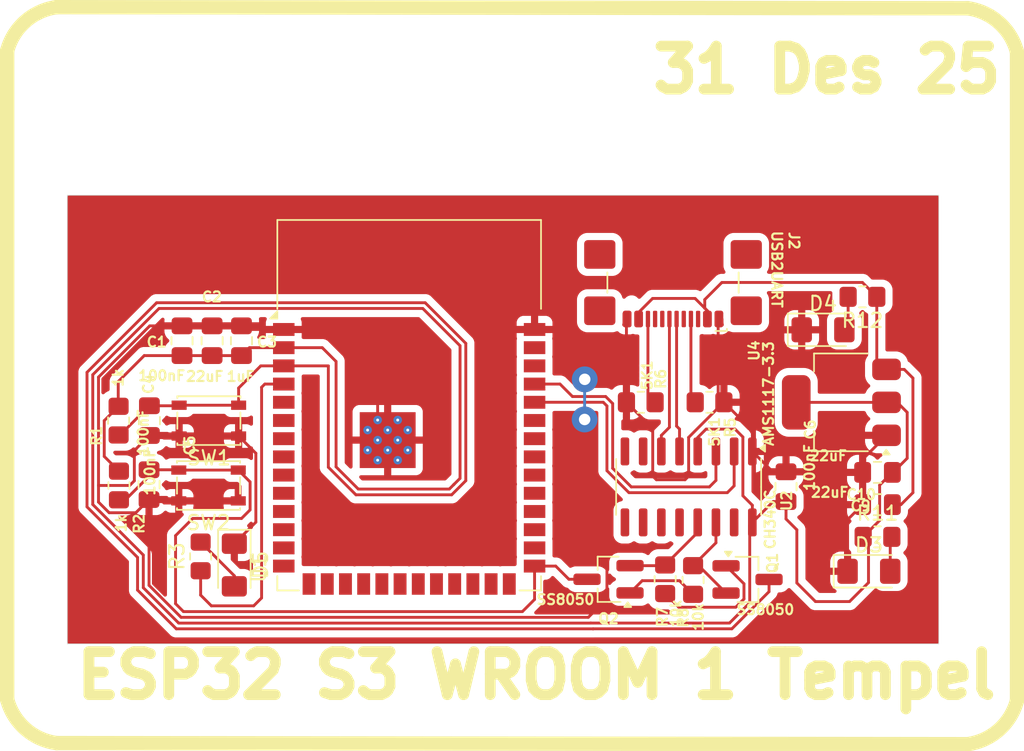
<source format=kicad_pcb>
(kicad_pcb (version 20241229) (generator "pcbnew") (generator_version "9.0")
  (layers (0 "F.Cu" signal) (2 "B.Cu" signal) (13 "F.Paste" user) (15 "B.Paste" user) (5 "F.SilkS" user "F.Silkscreen") (7 "B.SilkS" user "B.Silkscreen") (1 "F.Mask" user) (3 "B.Mask" user) (25 "Edge.Cuts" user))
  (net 0 "")
  (net 1 "+3.3V")
  (net 2 "GND")
  (net 3 "/EN")
  (net 4 "/IO0")
  (net 5 "+5V")
  (net 6 "/TXD0")
  (net 7 "/RXD0")
  (net 8 "Net-(J2-CC2)")
  (net 11 "Net-(U2-UD-)")
  (net 13 "Net-(U2-UD+)")
  (net 15 "Net-(J2-CC1)")
  (net 16 "/RTS")
  (net 17 "Net-(Q1-B)")
  (net 18 "Net-(Q2-B)")
  (net 19 "/DTR")
  (net 30 "Net-(D3-A)")
  (net 31 "Net-(D4-A)")
  (net 32 "Net-(D5-A)")
  (net 62 "Net-(U1-IO4)")
  (footprint "LED_SMD:LED_1206_3216Metric_Pad1.42x1.75mm_HandSolder" (layer "F.Cu") (at 137.85 120 -90)
    (property "Reference" "D5" (at 0 -1.83 90) (layer "F.SilkS"))
    (property "Value" "TXD")
    (pad "1" smd roundrect (at -1.4875 0 270) (size 1.425 1.75) (layers "F.Cu" "F.Mask" "F.Paste") (roundrect_rratio 0.175439) (net 2 "GND"))
    (pad "2" smd roundrect (at 1.4875 0 270) (size 1.425 1.75) (layers "F.Cu" "F.Mask" "F.Paste") (roundrect_rratio 0.175439) (net 32 "Net-(D5-A)"))
  )
  (footprint "Button_Switch_SMD:SW_SPST_PTS810" (layer "F.Cu") (at 136.075 109.925 180)
    (property "Reference" "SW1" (at 0 -2.6 0) (layer "F.SilkS"))
    (property "Value" "RST" (hide yes))
    (pad "1" smd rect (at -2.075 -1.075 180) (size 1.05 0.65) (layers "F.Cu" "F.Mask" "F.Paste") (net 2 "GND"))
    (pad "1" smd rect (at 2.075 -1.075 180) (size 1.05 0.65) (layers "F.Cu" "F.Mask" "F.Paste") (net 2 "GND"))
    (pad "2" smd rect (at -2.075 1.075 180) (size 1.05 0.65) (layers "F.Cu" "F.Mask" "F.Paste") (net 3 "/EN"))
    (pad "2" smd rect (at 2.075 1.075 180) (size 1.05 0.65) (layers "F.Cu" "F.Mask" "F.Paste") (net 3 "/EN"))
  )
  (footprint "Resistor_SMD:R_0805_2012Metric_Pad1.20x1.40mm_HandSolder" (layer "F.Cu") (at 167.91 120.994468 90)
    (property "Reference" "R7" (at -2.6325 -0.1925 90) (layer "F.SilkS") (effects (font (size 0.7 0.7))))
    (property "Value" "10k" (at -2.3825 0.7575 90) (layer "F.SilkS") (effects (font (size 0.7 0.7))))
    (pad "1" smd roundrect (at -1 0 90) (size 1.2 1.4) (layers "F.Cu" "F.Mask" "F.Paste") (roundrect_rratio 0.208333) (net 17 "Net-(Q1-B)"))
    (pad "2" smd roundrect (at 1 0 90) (size 1.2 1.4) (layers "F.Cu" "F.Mask" "F.Paste") (roundrect_rratio 0.208333) (net 19 "/DTR"))
  )
  (footprint "Capacitor_SMD:C_0805_2012Metric_Pad1.18x1.45mm_HandSolder" (layer "F.Cu") (at 136.3 104.35 90)
    (property "Reference" "C2" (at 3.0575 -0.0175 0) (layer "F.SilkS") (effects (font (size 0.7 0.7))))
    (property "Value" "22uF" (at -2.4925 -0.5175 0) (layer "F.SilkS") (effects (font (size 0.7 0.7))))
    (pad "1" smd roundrect (at -1.0375 0 90) (size 1.175 1.45) (layers "F.Cu" "F.Mask" "F.Paste") (roundrect_rratio 0.212766) (net 1 "+3.3V"))
    (pad "2" smd roundrect (at 1.0375 0 90) (size 1.175 1.45) (layers "F.Cu" "F.Mask" "F.Paste") (roundrect_rratio 0.212766) (net 2 "GND"))
  )
  (footprint "Package_TO_SOT_SMD:SOT-23_Handsoldering" (layer "F.Cu") (at 173.66 121.006968)
    (property "Reference" "Q1" (at 1.7425 -1.145 90) (layer "F.SilkS") (effects (font (size 0.7 0.7))))
    (property "Value" "SS8050" (at 1.2425 2.105 0) (layer "F.SilkS") (effects (font (size 0.7 0.7))))
    (pad "1" smd roundrect (at -1.5 -0.95) (size 1.9 0.8) (layers "F.Cu" "F.Mask" "F.Paste") (net 17 "Net-(Q1-B)"))
    (pad "2" smd roundrect (at -1.5 0.95) (size 1.9 0.8) (layers "F.Cu" "F.Mask" "F.Paste") (net 16 "/RTS"))
    (pad "3" smd roundrect (at 1.5 0) (size 1.9 0.8) (layers "F.Cu" "F.Mask" "F.Paste") (net 3 "/EN"))
  )
  (footprint "Package_SO:SOIC-16_3.9x9.9mm_P1.27mm" (layer "F.Cu") (at 169.55 114.55 -90)
    (property "Reference" "U2" (at 0.9675 -6.8375 90) (layer "F.SilkS") (effects (font (size 0.7 0.7))))
    (property "Value" "CH340C" (at 2.2675 -5.6875 90) (layer "F.SilkS") (effects (font (size 0.7 0.7))))
    (pad "1" smd roundrect (at -2.475 -4.445 270) (size 1.95 0.6) (layers "F.Cu" "F.Mask" "F.Paste") (net 2 "GND"))
    (pad "2" smd roundrect (at -2.475 -3.175 270) (size 1.95 0.6) (layers "F.Cu" "F.Mask" "F.Paste") (net 7 "/RXD0"))
    (pad "3" smd roundrect (at -2.475 -1.905 270) (size 1.95 0.6) (layers "F.Cu" "F.Mask" "F.Paste") (net 6 "/TXD0"))
    (pad "4" smd roundrect (at -2.475 -0.635 270) (size 1.95 0.6) (layers "F.Cu" "F.Mask" "F.Paste") (net 1 "+3.3V"))
    (pad "5" smd roundrect (at -2.475 0.635 270) (size 1.95 0.6) (layers "F.Cu" "F.Mask" "F.Paste") (net 13 "Net-(U2-UD+)"))
    (pad "6" smd roundrect (at -2.475 1.905 270) (size 1.95 0.6) (layers "F.Cu" "F.Mask" "F.Paste") (net 11 "Net-(U2-UD-)"))
    (pad "7" smd roundrect (at -2.475 3.175 270) (size 1.95 0.6) (layers "F.Cu" "F.Mask" "F.Paste"))
    (pad "8" smd roundrect (at -2.475 4.445 270) (size 1.95 0.6) (layers "F.Cu" "F.Mask" "F.Paste"))
    (pad "9" smd roundrect (at 2.475 4.445 270) (size 1.95 0.6) (layers "F.Cu" "F.Mask" "F.Paste"))
    (pad "10" smd roundrect (at 2.475 3.175 270) (size 1.95 0.6) (layers "F.Cu" "F.Mask" "F.Paste"))
    (pad "11" smd roundrect (at 2.475 1.905 270) (size 1.95 0.6) (layers "F.Cu" "F.Mask" "F.Paste"))
    (pad "12" smd roundrect (at 2.475 0.635 270) (size 1.95 0.6) (layers "F.Cu" "F.Mask" "F.Paste"))
    (pad "13" smd roundrect (at 2.475 -0.635 270) (size 1.95 0.6) (layers "F.Cu" "F.Mask" "F.Paste") (net 19 "/DTR"))
    (pad "14" smd roundrect (at 2.475 -1.905 270) (size 1.95 0.6) (layers "F.Cu" "F.Mask" "F.Paste") (net 16 "/RTS"))
    (pad "15" smd roundrect (at 2.475 -3.175 270) (size 1.95 0.6) (layers "F.Cu" "F.Mask" "F.Paste"))
    (pad "16" smd roundrect (at 2.475 -4.445 270) (size 1.95 0.6) (layers "F.Cu" "F.Mask" "F.Paste") (net 1 "+3.3V"))
  )
  (footprint "Button_Switch_SMD:SW_SPST_PTS810" (layer "F.Cu") (at 136.05 114.45 180)
    (property "Reference" "SW2" (at 0 -2.6 0) (layer "F.SilkS"))
    (property "Value" "Boot" (hide yes))
    (pad "1" smd rect (at -2.075 -1.075 180) (size 1.05 0.65) (layers "F.Cu" "F.Mask" "F.Paste") (net 2 "GND"))
    (pad "1" smd rect (at 2.075 -1.075 180) (size 1.05 0.65) (layers "F.Cu" "F.Mask" "F.Paste") (net 2 "GND"))
    (pad "2" smd rect (at -2.075 1.075 180) (size 1.05 0.65) (layers "F.Cu" "F.Mask" "F.Paste") (net 4 "/IO0"))
    (pad "2" smd rect (at 2.075 1.075 180) (size 1.05 0.65) (layers "F.Cu" "F.Mask" "F.Paste") (net 4 "/IO0"))
  )
  (footprint "LED_SMD:LED_1206_3216Metric_Pad1.42x1.75mm_HandSolder" (layer "F.Cu") (at 178.928351 103.586935)
    (property "Reference" "D4" (at 0 -1.83 0) (layer "F.SilkS"))
    (property "Value" "TXD" (hide yes))
    (pad "1" smd roundrect (at -1.4875 0) (size 1.425 1.75) (layers "F.Cu" "F.Mask" "F.Paste") (roundrect_rratio 0.175439) (net 2 "GND"))
    (pad "2" smd roundrect (at 1.4875 0) (size 1.425 1.75) (layers "F.Cu" "F.Mask" "F.Paste") (roundrect_rratio 0.175439) (net 31 "Net-(D4-A)"))
  )
  (footprint "Resistor_SMD:R_0805_2012Metric_Pad1.20x1.40mm_HandSolder" (layer "F.Cu") (at 181.678351 101.286935 180)
    (property "Reference" "R12" (at 0 -1.65 0) (layer "F.SilkS"))
    (property "Value" "1k" (hide yes))
    (pad "1" smd roundrect (at -1 0 180) (size 1.2 1.4) (layers "F.Cu" "F.Mask" "F.Paste") (roundrect_rratio 0.208333) (net 5 "+5V"))
    (pad "2" smd roundrect (at 1 0 180) (size 1.2 1.4) (layers "F.Cu" "F.Mask" "F.Paste") (roundrect_rratio 0.208333) (net 31 "Net-(D4-A)"))
  )
  (footprint "Capacitor_SMD:C_0805_2012Metric_Pad1.18x1.45mm_HandSolder" (layer "F.Cu") (at 182.728351 113.536935 180)
    (property "Reference" "C10" (at 1.13508 -1.542499 0) (layer "F.SilkS") (effects (font (size 0.7 0.7))))
    (property "Value" "22uF" (at 3.43508 1.157501 0) (layer "F.SilkS") (effects (font (size 0.7 0.7))))
    (pad "1" smd roundrect (at -1.0375 0 180) (size 1.175 1.45) (layers "F.Cu" "F.Mask" "F.Paste") (roundrect_rratio 0.212766) (net 1 "+3.3V"))
    (pad "2" smd roundrect (at 1.0375 0 180) (size 1.175 1.45) (layers "F.Cu" "F.Mask" "F.Paste") (roundrect_rratio 0.212766) (net 2 "GND"))
  )
  (footprint "Capacitor_SMD:C_0805_2012Metric_Pad1.18x1.45mm_HandSolder" (layer "F.Cu") (at 138.35 104.35 90)
    (property "Reference" "C3" (at -0.0925 1.7825 0) (layer "F.SilkS") (effects (font (size 0.7 0.7))))
    (property "Value" "1uF" (at -2.4925 -0.0675 0) (layer "F.SilkS") (effects (font (size 0.7 0.7))))
    (pad "1" smd roundrect (at -1.0375 0 90) (size 1.175 1.45) (layers "F.Cu" "F.Mask" "F.Paste") (roundrect_rratio 0.212766) (net 1 "+3.3V"))
    (pad "2" smd roundrect (at 1.0375 0 90) (size 1.175 1.45) (layers "F.Cu" "F.Mask" "F.Paste") (roundrect_rratio 0.212766) (net 2 "GND"))
  )
  (footprint "RF_Module:ESP32-S3-WROOM-1" (layer "F.Cu") (at 150.05 108.825)
    (property "Reference" "U1" (at -10.5 11.4 90) (layer "F.SilkS"))
    (property "Value" "ESP32-S3-WROOM-1" (hide yes))
    (pad "1" smd rect (at -8.75 -5.26) (size 1.5 0.9) (layers "F.Cu" "F.Mask" "F.Paste") (net 2 "GND"))
    (pad "2" smd rect (at -8.75 -3.99) (size 1.5 0.9) (layers "F.Cu" "F.Mask" "F.Paste") (net 1 "+3.3V"))
    (pad "3" smd rect (at -8.75 -2.72) (size 1.5 0.9) (layers "F.Cu" "F.Mask" "F.Paste") (net 3 "/EN"))
    (pad "4" smd rect (at -8.75 -1.45) (size 1.5 0.9) (layers "F.Cu" "F.Mask" "F.Paste") (net 62 "Net-(U1-IO4)"))
    (pad "5" smd rect (at -8.75 -0.18) (size 1.5 0.9) (layers "F.Cu" "F.Mask" "F.Paste"))
    (pad "6" smd rect (at -8.75 1.09) (size 1.5 0.9) (layers "F.Cu" "F.Mask" "F.Paste"))
    (pad "7" smd rect (at -8.75 2.36) (size 1.5 0.9) (layers "F.Cu" "F.Mask" "F.Paste"))
    (pad "8" smd rect (at -8.75 3.63) (size 1.5 0.9) (layers "F.Cu" "F.Mask" "F.Paste"))
    (pad "9" smd rect (at -8.75 4.9) (size 1.5 0.9) (layers "F.Cu" "F.Mask" "F.Paste"))
    (pad "10" smd rect (at -8.75 6.17) (size 1.5 0.9) (layers "F.Cu" "F.Mask" "F.Paste"))
    (pad "11" smd rect (at -8.75 7.44) (size 1.5 0.9) (layers "F.Cu" "F.Mask" "F.Paste"))
    (pad "12" smd rect (at -8.75 8.71) (size 1.5 0.9) (layers "F.Cu" "F.Mask" "F.Paste"))
    (pad "13" smd rect (at -8.75 9.98) (size 1.5 0.9) (layers "F.Cu" "F.Mask" "F.Paste"))
    (pad "14" smd rect (at -8.75 11.25 180) (size 1.5 0.9) (layers "F.Cu" "F.Mask" "F.Paste"))
    (pad "15" smd rect (at -6.985 12.5 270) (size 1.5 0.9) (layers "F.Cu" "F.Mask" "F.Paste"))
    (pad "16" smd rect (at -5.715 12.5 270) (size 1.5 0.9) (layers "F.Cu" "F.Mask" "F.Paste"))
    (pad "17" smd rect (at -4.445 12.5 270) (size 1.5 0.9) (layers "F.Cu" "F.Mask" "F.Paste"))
    (pad "18" smd rect (at -3.175 12.5 270) (size 1.5 0.9) (layers "F.Cu" "F.Mask" "F.Paste"))
    (pad "19" smd rect (at -1.905 12.5 270) (size 1.5 0.9) (layers "F.Cu" "F.Mask" "F.Paste"))
    (pad "20" smd rect (at -0.635 12.5 270) (size 1.5 0.9) (layers "F.Cu" "F.Mask" "F.Paste"))
    (pad "21" smd rect (at 0.635 12.5 270) (size 1.5 0.9) (layers "F.Cu" "F.Mask" "F.Paste"))
    (pad "22" smd rect (at 1.905 12.5 270) (size 1.5 0.9) (layers "F.Cu" "F.Mask" "F.Paste"))
    (pad "23" smd rect (at 3.175 12.5 270) (size 1.5 0.9) (layers "F.Cu" "F.Mask" "F.Paste"))
    (pad "24" smd rect (at 4.445 12.5 270) (size 1.5 0.9) (layers "F.Cu" "F.Mask" "F.Paste"))
    (pad "25" smd rect (at 5.715 12.5 270) (size 1.5 0.9) (layers "F.Cu" "F.Mask" "F.Paste"))
    (pad "26" smd rect (at 6.985 12.5 270) (size 1.5 0.9) (layers "F.Cu" "F.Mask" "F.Paste"))
    (pad "27" smd rect (at 8.75 11.25) (size 1.5 0.9) (layers "F.Cu" "F.Mask" "F.Paste") (net 4 "/IO0"))
    (pad "28" smd rect (at 8.75 9.98) (size 1.5 0.9) (layers "F.Cu" "F.Mask" "F.Paste"))
    (pad "29" smd rect (at 8.75 8.71) (size 1.5 0.9) (layers "F.Cu" "F.Mask" "F.Paste"))
    (pad "30" smd rect (at 8.75 7.44) (size 1.5 0.9) (layers "F.Cu" "F.Mask" "F.Paste"))
    (pad "31" smd rect (at 8.75 6.17) (size 1.5 0.9) (layers "F.Cu" "F.Mask" "F.Paste"))
    (pad "32" smd rect (at 8.75 4.9) (size 1.5 0.9) (layers "F.Cu" "F.Mask" "F.Paste"))
    (pad "33" smd rect (at 8.75 3.63) (size 1.5 0.9) (layers "F.Cu" "F.Mask" "F.Paste"))
    (pad "34" smd rect (at 8.75 2.36) (size 1.5 0.9) (layers "F.Cu" "F.Mask" "F.Paste"))
    (pad "35" smd rect (at 8.75 1.09) (size 1.5 0.9) (layers "F.Cu" "F.Mask" "F.Paste"))
    (pad "36" smd rect (at 8.75 -0.18) (size 1.5 0.9) (layers "F.Cu" "F.Mask" "F.Paste") (net 7 "/RXD0"))
    (pad "37" smd rect (at 8.75 -1.45) (size 1.5 0.9) (layers "F.Cu" "F.Mask" "F.Paste") (net 6 "/TXD0"))
    (pad "38" smd rect (at 8.75 -2.72) (size 1.5 0.9) (layers "F.Cu" "F.Mask" "F.Paste"))
    (pad "39" smd rect (at 8.75 -3.99) (size 1.5 0.9) (layers "F.Cu" "F.Mask" "F.Paste"))
    (pad "40" smd rect (at 8.75 -5.26) (size 1.5 0.9) (layers "F.Cu" "F.Mask" "F.Paste") (net 2 "GND"))
    (pad "41" thru_hole circle (at -2.9 1.76 90) (size 0.6 0.6) (drill 0.2) (property pad_prop_heatsink) (layers "*.Cu" "F.Mask") (net 2 "GND"))
    (pad "41" thru_hole circle (at -2.9 3.16) (size 0.6 0.6) (drill 0.2) (property pad_prop_heatsink) (layers "*.Cu" "F.Mask") (net 2 "GND"))
    (pad "41" thru_hole circle (at -2.2 1.06) (size 0.6 0.6) (drill 0.2) (property pad_prop_heatsink) (layers "*.Cu" "F.Mask") (net 2 "GND"))
    (pad "41" thru_hole circle (at -2.2 2.46) (size 0.6 0.6) (drill 0.2) (property pad_prop_heatsink) (layers "*.Cu" "F.Mask") (net 2 "GND"))
    (pad "41" thru_hole circle (at -2.2 3.86) (size 0.6 0.6) (drill 0.2) (property pad_prop_heatsink) (layers "*.Cu" "F.Mask") (net 2 "GND"))
    (pad "41" thru_hole circle (at -1.5 1.76) (size 0.6 0.6) (drill 0.2) (property pad_prop_heatsink) (layers "*.Cu" "F.Mask") (net 2 "GND"))
    (pad "41" smd rect (at -1.5 2.46 270) (size 3.9 3.9) (layers "F.Cu" "F.Mask") (net 2 "GND"))
    (pad "41" thru_hole circle (at -1.5 3.16) (size 0.6 0.6) (drill 0.2) (property pad_prop_heatsink) (layers "*.Cu" "F.Mask") (net 2 "GND"))
    (pad "41" thru_hole circle (at -0.8 1.06) (size 0.6 0.6) (drill 0.2) (property pad_prop_heatsink) (layers "*.Cu" "F.Mask") (net 2 "GND"))
    (pad "41" thru_hole circle (at -0.8 2.46) (size 0.6 0.6) (drill 0.2) (property pad_prop_heatsink) (layers "*.Cu" "F.Mask") (net 2 "GND"))
    (pad "41" thru_hole circle (at -0.8 3.86) (size 0.6 0.6) (drill 0.2) (property pad_prop_heatsink) (layers "*.Cu" "F.Mask") (net 2 "GND"))
    (pad "41" thru_hole circle (at -0.1 1.76) (size 0.6 0.6) (drill 0.2) (property pad_prop_heatsink) (layers "*.Cu" "F.Mask") (net 2 "GND"))
    (pad "41" thru_hole circle (at -0.1 3.16) (size 0.6 0.6) (drill 0.2) (property pad_prop_heatsink) (layers "*.Cu" "F.Mask") (net 2 "GND"))
  )
  (footprint "Resistor_SMD:R_0805_2012Metric_Pad1.20x1.40mm_HandSolder" (layer "F.Cu") (at 129.8 114.45 -90)
    (property "Reference" "R2" (at 2.675 -1.407501 90) (layer "F.SilkS") (effects (font (size 0.7 0.7))))
    (property "Value" "1k" (at 2.625 -0.157501 90) (layer "F.SilkS") (effects (font (size 0.7 0.7))))
    (pad "1" smd roundrect (at -1 0 270) (size 1.2 1.4) (layers "F.Cu" "F.Mask" "F.Paste") (roundrect_rratio 0.208333) (net 1 "+3.3V"))
    (pad "2" smd roundrect (at 1 0 270) (size 1.2 1.4) (layers "F.Cu" "F.Mask" "F.Paste") (roundrect_rratio 0.208333) (net 4 "/IO0"))
  )
  (footprint "Package_TO_SOT_SMD:SOT-23_Handsoldering" (layer "F.Cu") (at 163.96 120.994468 180)
    (property "Reference" "Q2" (at 0 -2.75 0) (layer "F.SilkS") (effects (font (size 0.7 0.7))))
    (property "Value" "SS8050" (at 3.0075 -1.4175 0) (layer "F.SilkS") (effects (font (size 0.7 0.7))))
    (pad "1" smd roundrect (at -1.500001 -0.949998 180) (size 1.9 0.8) (layers "F.Cu" "F.Mask" "F.Paste") (net 18 "Net-(Q2-B)"))
    (pad "2" smd roundrect (at -1.5 0.95 180) (size 1.9 0.8) (layers "F.Cu" "F.Mask" "F.Paste") (net 19 "/DTR"))
    (pad "3" smd roundrect (at 1.5 0 180) (size 1.9 0.8) (layers "F.Cu" "F.Mask" "F.Paste") (net 4 "/IO0"))
  )
  (footprint "Package_TO_SOT_SMD:SOT-223-3_TabPin2" (layer "F.Cu") (at 180.208583 108.65 180)
    (property "Reference" "U4" (at 6.084927 3.609927 90) (layer "F.SilkS") (effects (font (size 0.7 0.7))))
    (property "Value" "AMS1117-3.3" (at 5.084927 0.609927 90) (layer "F.SilkS") (effects (font (size 0.7 0.7))))
    (pad "1" smd roundrect (at -3.149997 -2.3 180) (size 2 1.5) (layers "F.Cu" "F.Mask" "F.Paste") (net 2 "GND"))
    (pad "2" smd roundrect (at -3.15 0 180) (size 2 1.5) (layers "F.Cu" "F.Mask" "F.Paste") (net 1 "+3.3V"))
    (pad "2" smd roundrect (at 3.15 0 180) (size 2 3.8) (layers "F.Cu" "F.Mask" "F.Paste") (net 1 "+3.3V"))
    (pad "3" smd roundrect (at -3.150003 2.299997 180) (size 2 1.5) (layers "F.Cu" "F.Mask" "F.Paste") (net 5 "+5V"))
  )
  (footprint "Connector_USB:USB_C_Receptacle_GCT_USB4110" (layer "F.Cu") (at 168.46 99.154471 180)
    (property "Reference" "J2" (at -8.4425 1.7825 270) (layer "F.SilkS") (effects (font (size 0.7 0.7))))
    (property "Value" "USB2UART" (at -7.2425 -0.2175 270) (layer "F.SilkS") (effects (font (size 0.7 0.7))))
    (pad "" np_thru_hole circle (at -2.89 -2.605 180) (size 0.65 0.65) (drill 0.65) (layers "*.Cu" "*.Mask"))
    (pad "" np_thru_hole circle (at 2.89 -2.604998 180) (size 0.65 0.65) (drill 0.65) (layers "*.Cu" "*.Mask"))
    (pad "A1" smd roundrect (at -3.2 -3.68 180) (size 0.6 1.15) (layers "F.Cu" "F.Mask" "F.Paste") (net 2 "GND"))
    (pad "A4" smd roundrect (at -2.400001 -3.680001 180) (size 0.6 1.15) (layers "F.Cu" "F.Mask" "F.Paste") (net 5 "+5V"))
    (pad "A5" smd roundrect (at -1.250001 -3.679997 180) (size 0.3 1.15) (layers "F.Cu" "F.Mask" "F.Paste") (net 15 "Net-(J2-CC1)"))
    (pad "A6" smd roundrect (at -0.250001 -3.68 180) (size 0.3 1.15) (layers "F.Cu" "F.Mask" "F.Paste") (net 13 "Net-(U2-UD+)"))
    (pad "A7" smd roundrect (at 0.249999 -3.680002 180) (size 0.3 1.15) (layers "F.Cu" "F.Mask" "F.Paste") (net 11 "Net-(U2-UD-)"))
    (pad "A8" smd roundrect (at 1.250001 -3.68 180) (size 0.3 1.15) (layers "F.Cu" "F.Mask" "F.Paste"))
    (pad "A9" smd roundrect (at 2.400001 -3.679999 180) (size 0.6 1.15) (layers "F.Cu" "F.Mask" "F.Paste") (net 5 "+5V"))
    (pad "A12" smd roundrect (at 3.200001 -3.680001 180) (size 0.6 1.15) (layers "F.Cu" "F.Mask" "F.Paste") (net 2 "GND"))
    (pad "B1" smd roundrect (at 3.200001 -3.680001 180) (size 0.6 1.15) (layers "F.Cu" "F.Mask" "F.Paste") (net 2 "GND"))
    (pad "B4" smd roundrect (at 2.400001 -3.679999 180) (size 0.6 1.15) (layers "F.Cu" "F.Mask" "F.Paste") (net 5 "+5V"))
    (pad "B5" smd roundrect (at 1.75 -3.679997 180) (size 0.3 1.15) (layers "F.Cu" "F.Mask" "F.Paste") (net 8 "Net-(J2-CC2)"))
    (pad "B6" smd roundrect (at 0.749999 -3.68 180) (size 0.3 1.15) (layers "F.Cu" "F.Mask" "F.Paste") (net 13 "Net-(U2-UD+)"))
    (pad "B7" smd roundrect (at -0.749999 -3.68 180) (size 0.3 1.15) (layers "F.Cu" "F.Mask" "F.Paste") (net 11 "Net-(U2-UD-)"))
    (pad "B8" smd roundrect (at -1.75 -3.680003 180) (size 0.3 1.15) (layers "F.Cu" "F.Mask" "F.Paste"))
    (pad "B9" smd roundrect (at -2.400001 -3.680001 180) (size 0.6 1.15) (layers "F.Cu" "F.Mask" "F.Paste") (net 5 "+5V"))
    (pad "B12" smd roundrect (at -3.2 -3.68 180) (size 0.6 1.15) (layers "F.Cu" "F.Mask" "F.Paste") (net 2 "GND"))
    (pad "S1" smd roundrect (at -5.110002 0.825002 180) (size 2.18 2) (layers "F.Cu" "F.Mask" "F.Paste") (roundrect_rratio 0.125))
    (pad "S1" smd roundrect (at -5.11 -3.105 180) (size 2.18 2) (layers "F.Cu" "F.Mask" "F.Paste") (roundrect_rratio 0.125))
    (pad "S1" smd roundrect (at 5.110002 -3.105 180) (size 2.18 2) (layers "F.Cu" "F.Mask" "F.Paste") (roundrect_rratio 0.125))
    (pad "S1" smd roundrect (at 5.110003 0.825001 180) (size 2.18 2) (layers "F.Cu" "F.Mask" "F.Paste") (roundrect_rratio 0.125))
  )
  (footprint "Capacitor_SMD:C_0805_2012Metric_Pad1.18x1.45mm_HandSolder" (layer "F.Cu") (at 176.345001 114.53242 90)
    (property "Reference" "C6" (at 3.9825 1.6925 90) (layer "F.SilkS") (effects (font (size 0.7 0.7))))
    (property "Value" "100nF" (at 1.3325 1.6425 90) (layer "F.SilkS") (effects (font (size 0.7 0.7))))
    (pad "1" smd roundrect (at -1.0375 0 90) (size 1.175 1.45) (layers "F.Cu" "F.Mask" "F.Paste") (roundrect_rratio 0.212766) (net 1 "+3.3V"))
    (pad "2" smd roundrect (at 1.0375 0 90) (size 1.175 1.45) (layers "F.Cu" "F.Mask" "F.Paste") (roundrect_rratio 0.212766) (net 2 "GND"))
  )
  (footprint "Resistor_SMD:R_0805_2012Metric_Pad1.20x1.40mm_HandSolder" (layer "F.Cu") (at 166.21 108.644468)
    (property "Reference" "R6" (at 1.3925 -1.6325 90) (layer "F.SilkS") (effects (font (size 0.7 0.7))))
    (property "Value" "5K1" (at 0.4425 -1.8825 90) (layer "F.SilkS") (effects (font (size 0.7 0.7))))
    (pad "1" smd roundrect (at -1 0) (size 1.2 1.4) (layers "F.Cu" "F.Mask" "F.Paste") (roundrect_rratio 0.208333) (net 2 "GND"))
    (pad "2" smd roundrect (at 1 0) (size 1.2 1.4) (layers "F.Cu" "F.Mask" "F.Paste") (roundrect_rratio 0.208333) (net 8 "Net-(J2-CC2)"))
  )
  (footprint "Capacitor_SMD:C_0805_2012Metric_Pad1.18x1.45mm_HandSolder" (layer "F.Cu") (at 182.728351 115.786935 180)
    (property "Reference" "C9" (at 1.18508 -0.092499 0) (layer "F.SilkS") (effects (font (size 0.7 0.7))))
    (property "Value" "22uF" (at 3.33508 0.857501 0) (layer "F.SilkS") (effects (font (size 0.7 0.7))))
    (pad "1" smd roundrect (at -1.0375 0 180) (size 1.175 1.45) (layers "F.Cu" "F.Mask" "F.Paste") (roundrect_rratio 0.212766) (net 5 "+5V"))
    (pad "2" smd roundrect (at 1.0375 0 180) (size 1.175 1.45) (layers "F.Cu" "F.Mask" "F.Paste") (roundrect_rratio 0.212766) (net 2 "GND"))
  )
  (footprint "Capacitor_SMD:C_0805_2012Metric_Pad1.18x1.45mm_HandSolder" (layer "F.Cu") (at 131.899998 114.3925 -90)
    (property "Reference" "C5" (at -2.7325 -2.842497 90) (layer "F.SilkS") (effects (font (size 0.7 0.7))))
    (property "Value" "100nF" (at -3.6325 0.407503 90) (layer "F.SilkS") (effects (font (size 0.7 0.7))))
    (pad "1" smd roundrect (at -1.0375 0 270) (size 1.175 1.45) (layers "F.Cu" "F.Mask" "F.Paste") (roundrect_rratio 0.212766) (net 4 "/IO0"))
    (pad "2" smd roundrect (at 1.0375 0 270) (size 1.175 1.45) (layers "F.Cu" "F.Mask" "F.Paste") (roundrect_rratio 0.212766) (net 2 "GND"))
  )
  (footprint "Resistor_SMD:R_0805_2012Metric_Pad1.20x1.40mm_HandSolder" (layer "F.Cu") (at 169.86 121.044468 90)
    (property "Reference" "R8" (at -2.6325 -0.6925 90) (layer "F.SilkS") (effects (font (size 0.7 0.7))))
    (property "Value" "10k" (at -2.5825 0.3575 90) (layer "F.SilkS") (effects (font (size 0.7 0.7))))
    (pad "1" smd roundrect (at -1 0 90) (size 1.2 1.4) (layers "F.Cu" "F.Mask" "F.Paste") (roundrect_rratio 0.208333) (net 18 "Net-(Q2-B)"))
    (pad "2" smd roundrect (at 1 0 90) (size 1.2 1.4) (layers "F.Cu" "F.Mask" "F.Paste") (roundrect_rratio 0.208333) (net 16 "/RTS"))
  )
  (footprint "Capacitor_SMD:C_0805_2012Metric_Pad1.18x1.45mm_HandSolder" (layer "F.Cu") (at 131.925 109.925 -90)
    (property "Reference" "C4" (at -2.5575 0.0675 90) (layer "F.SilkS") (effects (font (size 0.7 0.7))))
    (property "Value" "100nF" (at 3.5925 -0.0325 90) (layer "F.SilkS") (effects (font (size 0.7 0.7))))
    (pad "1" smd roundrect (at -1.0375 0 270) (size 1.175 1.45) (layers "F.Cu" "F.Mask" "F.Paste") (roundrect_rratio 0.212766) (net 3 "/EN"))
    (pad "2" smd roundrect (at 1.0375 0 270) (size 1.175 1.45) (layers "F.Cu" "F.Mask" "F.Paste") (roundrect_rratio 0.212766) (net 2 "GND"))
  )
  (footprint "Resistor_SMD:R_0805_2012Metric_Pad1.20x1.40mm_HandSolder" (layer "F.Cu") (at 135.5 119.4 90)
    (property "Reference" "R3" (at 0 -1.65 90) (layer "F.SilkS"))
    (property "Value" "1k")
    (pad "1" smd roundrect (at -1 0 90) (size 1.2 1.4) (layers "F.Cu" "F.Mask" "F.Paste") (roundrect_rratio 0.208333) (net 62 "Net-(U1-IO4)"))
    (pad "2" smd roundrect (at 1 0 90) (size 1.2 1.4) (layers "F.Cu" "F.Mask" "F.Paste") (roundrect_rratio 0.208333) (net 32 "Net-(D5-A)"))
  )
  (footprint "LED_SMD:LED_1206_3216Metric_Pad1.42x1.75mm_HandSolder" (layer "F.Cu") (at 182.128351 120.436935)
    (property "Reference" "D3" (at 0 -1.83 0) (layer "F.SilkS"))
    (property "Value" "TXD" (hide yes))
    (pad "1" smd roundrect (at -1.4875 0) (size 1.425 1.75) (layers "F.Cu" "F.Mask" "F.Paste") (roundrect_rratio 0.175439) (net 2 "GND"))
    (pad "2" smd roundrect (at 1.4875 0) (size 1.425 1.75) (layers "F.Cu" "F.Mask" "F.Paste") (roundrect_rratio 0.175439) (net 30 "Net-(D3-A)"))
  )
  (footprint "Resistor_SMD:R_0805_2012Metric_Pad1.20x1.40mm_HandSolder" (layer "F.Cu") (at 171.008831 108.643203 180)
    (property "Reference" "R5" (at -1.442499 -1.7675 90) (layer "F.SilkS") (effects (font (size 0.7 0.7))))
    (property "Value" "5K1" (at -0.342499 -2.0675 90) (layer "F.SilkS") (effects (font (size 0.7 0.7))))
    (pad "1" smd roundrect (at -1 0 180) (size 1.2 1.4) (layers "F.Cu" "F.Mask" "F.Paste") (roundrect_rratio 0.208333) (net 2 "GND"))
    (pad "2" smd roundrect (at 1 0 180) (size 1.2 1.4) (layers "F.Cu" "F.Mask" "F.Paste") (roundrect_rratio 0.208333) (net 15 "Net-(J2-CC1)"))
  )
  (footprint "Resistor_SMD:R_0805_2012Metric_Pad1.20x1.40mm_HandSolder" (layer "F.Cu") (at 129.775 109.925 -90)
    (property "Reference" "R1" (at 1.0575 1.5325 90) (layer "F.SilkS") (effects (font (size 0.7 0.7))))
    (property "Value" "1k" (at -2.9925 0.0325 90) (layer "F.SilkS") (effects (font (size 0.7 0.7))))
    (pad "1" smd roundrect (at -1 0 270) (size 1.2 1.4) (layers "F.Cu" "F.Mask" "F.Paste") (roundrect_rratio 0.208333) (net 1 "+3.3V"))
    (pad "2" smd roundrect (at 1 0 270) (size 1.2 1.4) (layers "F.Cu" "F.Mask" "F.Paste") (roundrect_rratio 0.208333) (net 3 "/EN"))
  )
  (footprint "Capacitor_SMD:C_0805_2012Metric_Pad1.18x1.45mm_HandSolder" (layer "F.Cu") (at 134.2 104.35 90)
    (property "Reference" "C1" (at -0.0925 -1.7675 0) (layer "F.SilkS") (effects (font (size 0.7 0.7))))
    (property "Value" "100nF" (at -2.4425 -1.4175 0) (layer "F.SilkS") (effects (font (size 0.7 0.7))))
    (pad "1" smd roundrect (at -1.0375 0 90) (size 1.175 1.45) (layers "F.Cu" "F.Mask" "F.Paste") (roundrect_rratio 0.212766) (net 1 "+3.3V"))
    (pad "2" smd roundrect (at 1.0375 0 90) (size 1.175 1.45) (layers "F.Cu" "F.Mask" "F.Paste") (roundrect_rratio 0.212766) (net 2 "GND"))
  )
  (footprint "Resistor_SMD:R_0805_2012Metric_Pad1.20x1.40mm_HandSolder" (layer "F.Cu") (at 182.728351 118.036935)
    (property "Reference" "R11" (at 0 -1.65 0) (layer "F.SilkS"))
    (property "Value" "1k" (hide yes))
    (pad "1" smd roundrect (at -1 0) (size 1.2 1.4) (layers "F.Cu" "F.Mask" "F.Paste") (roundrect_rratio 0.208333) (net 1 "+3.3V"))
    (pad "2" smd roundrect (at 1 0) (size 1.2 1.4) (layers "F.Cu" "F.Mask" "F.Paste") (roundrect_rratio 0.208333) (net 30 "Net-(D3-A)"))
  )
  (gr_line (start 189.011399 132.499859) (end 125.450247 132.424399) (stroke (width 1)) (layer "F.SilkS"))
  (gr_arc (start 192.461559 129.451058) (mid 191.2 131.5) (end 189.011399 132.499859) (stroke (width 1)) (layer "F.SilkS"))
  (gr_line (start 122.000081 129.375598) (end 121.999919 84.124401) (stroke (width 1)) (layer "F.SilkS"))
  (gr_line (start 192.461558 84.201058) (end 192.461559 129.451058) (stroke (width 1)) (layer "F.SilkS"))
  (gr_arc (start 121.999919 84.124401) (mid 123.261478 82.075459) (end 125.450079 81.0756) (stroke (width 1)) (layer "F.SilkS"))
  (gr_line (start 125.450189 81.0756) (end 189.011398 81.152257) (stroke (width 1)) (layer "F.SilkS"))
  (gr_arc (start 189.011398 81.152257) (mid 191.199999 82.152116) (end 192.461558 84.201058) (stroke (width 1)) (layer "F.SilkS"))
  (gr_arc (start 125.450241 132.424399) (mid 123.261639 131.42454) (end 122.000081 129.375598) (stroke (width 1)) (layer "F.SilkS"))
  (gr_rect (start 126.2 94.2) (end 187 125.5) (stroke (width 0.05)) (fill no) (layer "Edge.Cuts"))
  (gr_text "31 Des 25" (at 166.7 87.2 0) (layer "F.SilkS") (effects (font (size 3 3) (thickness 0.75) (bold yes)) (justify left bottom)))
  (gr_text "ESP32 S3 WROOM 1 Tempel" (at 126.5 129.45 0) (layer "F.SilkS") (effects (font (size 3 3) (thickness 0.75) (bold yes)) (justify left bottom)))
  (segment (start 176.345001 115.56992) (end 175.45008 115.56992) (width 0.2) (layer "F.Cu") (net 1))
  (segment (start 151 102.1) (end 132.5954 102.1) (width 0.2) (layer "F.Cu") (net 1))
  (segment (start 162.7171 124.05) (end 172.4 124.05) (width 0.2) (layer "F.Cu") (net 1))
  (segment (start 138.35 105.3875) (end 138.9025 104.835) (width 0.2) (layer "F.Cu") (net 1))
  (segment (start 183.358583 108.65) (end 184.1 108.65) (width 0.2) (layer "F.Cu") (net 1))
  (segment (start 138.9025 104.835) (end 141.3 104.835) (width 0.2) (layer "F.Cu") (net 1))
  (segment (start 152.85 114.7) (end 153.15 114.4) (width 0.2) (layer "F.Cu") (net 1))
  (segment (start 172.4 124.05) (end 173.812 122.638) (width 0.2) (layer "F.Cu") (net 1))
  (segment (start 131.498998 119.302258) (end 131.498998 121.583198) (width 0.2) (layer "F.Cu") (net 1))
  (segment (start 153.6 113.95) (end 153.6 104.7) (width 0.2) (layer "F.Cu") (net 1))
  (segment (start 182.877351 116.887935) (end 181.728351 118.036935) (width 0.2) (layer "F.Cu") (net 1))
  (segment (start 184.8 112.55) (end 183.813065 113.536935) (width 0.2) (layer "F.Cu") (net 1))
  (segment (start 183.765851 113.536935) (end 182.877351 114.425435) (width 0.2) (layer "F.Cu") (net 1))
  (segment (start 131.5625 105.3875) (end 134.2 105.3875) (width 0.2) (layer "F.Cu") (net 1))
  (segment (start 153.15 114.4) (end 153.6 113.95) (width 0.2) (layer "F.Cu") (net 1))
  (segment (start 178.4 122.55) (end 180.778351 122.55) (width 0.2) (layer "F.Cu") (net 1))
  (segment (start 132.5954 102.1) (end 127.972 106.7234) (width 0.2) (layer "F.Cu") (net 1))
  (segment (start 175.45008 115.56992) (end 173.995 117.025) (width 0.2) (layer "F.Cu") (net 1))
  (segment (start 184.1 108.65) (end 184.8 109.35) (width 0.2) (layer "F.Cu") (net 1))
  (segment (start 177.1 117.541887) (end 177.1 121.25) (width 0.2) (layer "F.Cu") (net 1))
  (segment (start 129.775 108.925) (end 128.774 109.926) (width 0.2) (layer "F.Cu") (net 1))
  (segment (start 180.778351 122.55) (end 182.1 121.228351) (width 0.2) (layer "F.Cu") (net 1))
  (segment (start 183.813065 113.536935) (end 183.765851 113.536935) (width 0.2) (layer "F.Cu") (net 1))
  (segment (start 131.498998 121.583198) (end 133.9678 124.052) (width 0.2) (layer "F.Cu") (net 1))
  (segment (start 144.95 113.15) (end 146.5 114.7) (width 0.2) (layer "F.Cu") (net 1))
  (segment (start 170.185 111.100001) (end 170.766969 110.518032) (width 0.2) (layer "F.Cu") (net 1))
  (segment (start 153.15 114.4) (end 153.2 114.35) (width 0.2) (layer "F.Cu") (net 1))
  (segment (start 129.75 107.2) (end 131.5625 105.3875) (width 0.2) (layer "F.Cu") (net 1))
  (segment (start 182.877351 114.425435) (end 182.877351 116.887935) (width 0.2) (layer "F.Cu") (net 1))
  (segment (start 173.995 116.678032) (end 173.995 117.025) (width 0.2) (layer "F.Cu") (net 1))
  (segment (start 170.766969 110.518032) (end 172.785 110.518032) (width 0.2) (layer "F.Cu") (net 1))
  (segment (start 173.995 115.828032) (end 173.995 117.025) (width 0.2) (layer "F.Cu") (net 1))
  (segment (start 173.812 117.208) (end 173.995 117.025) (width 0.2) (layer "F.Cu") (net 1))
  (segment (start 182.1 118.408584) (end 181.728351 118.036935) (width 0.2) (layer "F.Cu") (net 1))
  (segment (start 127.972 106.7234) (end 127.972 115.77526) (width 0.2) (layer "F.Cu") (net 1))
  (segment (start 170.185 112.075) (end 170.185 112.868032) (width 0.2) (layer "F.Cu") (net 1))
  (segment (start 136.3 105.3875) (end 138.35 105.3875) (width 0.2) (layer "F.Cu") (net 1))
  (segment (start 128.774 112.424) (end 129.8 113.45) (width 0.2) (layer "F.Cu") (net 1))
  (segment (start 128.774 109.926) (end 128.774 112.424) (width 0.2) (layer "F.Cu") (net 1))
  (segment (start 129.775 108.925) (end 129.75 108.9) (width 0.2) (layer "F.Cu") (net 1))
  (segment (start 133.9678 124.052) (end 162.7151 124.052) (width 0.2) (layer "F.Cu") (net 1))
  (segment (start 129.75 108.9) (end 129.75 107.2) (width 0.2) (layer "F.Cu") (net 1))
  (segment (start 173.812 122.638) (end 173.812 117.208) (width 0.2) (layer "F.Cu") (net 1))
  (segment (start 144.95 105.8) (end 144.95 113.15) (width 0.2) (layer "F.Cu") (net 1))
  (segment (start 173.335 111.068032) (end 173.335 115.168032) (width 0.2) (layer "F.Cu") (net 1))
  (segment (start 184.8 109.35) (end 184.8 112.55) (width 0.2) (layer "F.Cu") (net 1))
  (segment (start 146.5 114.7) (end 152.85 114.7) (width 0.2) (layer "F.Cu") (net 1))
  (segment (start 172.785 110.518032) (end 173.335 111.068032) (width 0.2) (layer "F.Cu") (net 1))
  (segment (start 143.985 104.835) (end 144.95 105.8) (width 0.2) (layer "F.Cu") (net 1))
  (segment (start 134.2 105.3875) (end 136.3 105.3875) (width 0.2) (layer "F.Cu") (net 1))
  (segment (start 173.335 115.168032) (end 173.995 115.828032) (width 0.2) (layer "F.Cu") (net 1))
  (segment (start 176.345001 115.56992) (end 176.345001 116.786888) (width 0.2) (layer "F.Cu") (net 1))
  (segment (start 127.972 115.77526) (end 131.498998 119.302258) (width 0.2) (layer "F.Cu") (net 1))
  (segment (start 153.6 104.7) (end 151 102.1) (width 0.2) (layer "F.Cu") (net 1))
  (segment (start 170.185 112.075) (end 170.185 111.100001) (width 0.2) (layer "F.Cu") (net 1))
  (segment (start 177.1 121.25) (end 178.4 122.55) (width 0.2) (layer "F.Cu") (net 1))
  (segment (start 182.1 121.228351) (end 182.1 118.408584) (width 0.2) (layer "F.Cu") (net 1))
  (segment (start 162.7151 124.052) (end 162.7171 124.05) (width 0.2) (layer "F.Cu") (net 1))
  (segment (start 141.3 104.835) (end 143.985 104.835) (width 0.2) (layer "F.Cu") (net 1))
  (segment (start 177.058583 108.65) (end 183.358583 108.65) (width 0.2) (layer "F.Cu") (net 1))
  (segment (start 176.345001 116.786888) (end 177.1 117.541887) (width 0.2) (layer "F.Cu") (net 1))
  (segment (start 165.21 108.644468) (end 165.21 105.05) (width 0.2) (layer "F.Cu") (net 2))
  (segment (start 165.21 102.884471) (end 165.259999 102.834472) (width 0.2) (layer "F.Cu") (net 2))
  (segment (start 162.25 113.6) (end 162.25 115.55) (width 0.2) (layer "F.Cu") (net 2))
  (segment (start 130.978998 116.351) (end 129.11484 116.351) (width 0.2) (layer "F.Cu") (net 2))
  (segment (start 165.21 105.05) (end 165.21 102.884471) (width 0.2) (layer "F.Cu") (net 2))
  (segment (start 130.873998 114.123998) (end 130.547996 114.45) (width 0.2) (layer "F.Cu") (net 2))
  (segment (start 161.5 105.05) (end 162.3 105.05) (width 0.2) (layer "F.Cu") (net 2))
  (segment (start 167.3 114.05) (end 169.3 114.05) (width 0.2) (layer "F.Cu") (net 2))
  (segment (start 130.547996 114.45) (end 128.373 114.45) (width 0.2) (layer "F.Cu") (net 2))
  (segment (start 139.352 117.0105) (end 139.352 112.202) (width 0.2) (layer "F.Cu") (net 2))
  (segment (start 175.41492 113.49492) (end 176.345001 113.49492) (width 0.2) (layer "F.Cu") (net 2))
  (segment (start 131.95 103.3125) (end 128.373 106.8895) (width 0.2) (layer "F.Cu") (net 2))
  (segment (start 128.373 114.45) (end 128.373 115.60916) (width 0.2) (layer "F.Cu") (net 2))
  (segment (start 136.3 103.3125) (end 134.2 103.3125) (width 0.2) (layer "F.Cu") (net 2))
  (segment (start 131.899998 115.43) (end 133.88 115.43) (width 0.2) (layer "F.Cu") (net 2))
  (segment (start 162.549 123.651) (end 134.1339 123.651) (width 0.2) (layer "F.Cu") (net 2))
  (segment (start 172.008831 108.643203) (end 171.61 108.244372) (width 0.2) (layer "F.Cu") (net 2))
  (segment (start 176.345001 113.49492) (end 178.020366 113.49492) (width 0.2) (layer "F.Cu") (net 2))
  (segment (start 163.85 122.35) (end 162.549 123.651) (width 0.2) (layer "F.Cu") (net 2))
  (segment (start 137.85 118.5125) (end 139.352 117.0105) (width 0.2) (layer "F.Cu") (net 2))
  (segment (start 165.21 108.644468) (end 167.044 110.478468) (width 0.2) (layer "F.Cu") (net 2))
  (segment (start 133.975 115.525) (end 138.125 115.525) (width 0.2) (layer "F.Cu") (net 2))
  (segment (start 131.899998 121.417098) (end 131.899998 115.43) (width 0.2) (layer "F.Cu") (net 2))
  (segment (start 162.292921 113.557079) (end 162.25 113.6) (width 0.2) (layer "F.Cu") (net 2))
  (segment (start 133.88 115.43) (end 133.975 115.525) (width 0.2) (layer "F.Cu") (net 2))
  (segment (start 167.044 110.478468) (end 167.044 113.794) (width 0.2) (layer "F.Cu") (net 2))
  (segment (start 138.6025 103.565) (end 138.35 103.3125) (width 0.2) (layer "F.Cu") (net 2))
  (segment (start 162.292921 109.845) (end 162.292921 113.557079) (width 0.2) (layer "F.Cu") (net 2))
  (segment (start 169.55 111.093032) (end 171.999829 108.643203) (width 0.2) (layer "F.Cu") (net 2))
  (segment (start 173.995 112.075) (end 175.41492 113.49492) (width 0.2) (layer "F.Cu") (net 2))
  (segment (start 133.9625 110.9625) (end 134 111) (width 0.2) (layer "F.Cu") (net 2))
  (segment (start 147.85 104.45) (end 146.965 103.565) (width 0.2) (layer "F.Cu") (net 2))
  (segment (start 131.899998 115.43) (end 130.978998 116.351) (width 0.2) (layer "F.Cu") (net 2))
  (segment (start 147.85 109.885) (end 147.85 104.45) (width 0.2) (layer "F.Cu") (net 2))
  (segment (start 178.020366 113.49492) (end 180.565286 110.95) (width 0.2) (layer "F.Cu") (net 2))
  (segment (start 171.61 105.1) (end 171.61 102.884471) (width 0.2) (layer "F.Cu") (net 2))
  (segment (start 129.11484 116.351) (end 128.373 115.60916) (width 0.2) (layer "F.Cu") (net 2))
  (segment (start 160.015 103.565) (end 161.5 105.05) (width 0.2) (layer "F.Cu") (net 2))
  (segment (start 163.85 117.15) (end 163.85 122.35) (width 0.2) (layer "F.Cu") (net 2))
  (segment (start 177.390851 103.636935) (end 177.440851 103.586935) (width 0.2) (layer "F.Cu") (net 2))
  (segment (start 174.815286 105.1) (end 176.278351 103.636935) (width 0.2) (layer "F.Cu") (net 2))
  (segment (start 172.008831 108.643203) (end 173.995 110.629372) (width 0.2) (layer "F.Cu") (net 2))
  (segment (start 171.61 108.244372) (end 171.61 105.1) (width 0.2) (layer "F.Cu") (net 2))
  (segment (start 181.690851 115.786935) (end 180.640851 116.836935) (width 0.2) (layer "F.Cu") (net 2))
  (segment (start 139.352 112.202) (end 138.15 111) (width 0.2) (layer "F.Cu") (net 2))
  (segment (start 181.690851 112.624435) (end 181.690851 113.536935) (width 0.2) (layer "F.Cu") (net 2))
  (segment (start 130.873998 112.013502) (end 130.873998 114.123998) (width 0.2) (layer "F.Cu") (net 2))
  (segment (start 180.640851 116.836935) (end 180.640851 120.436935) (width 0.2) (layer "F.Cu") (net 2))
  (segment (start 128.373 106.8895) (end 128.373 114.45) (width 0.2) (layer "F.Cu") (net 2))
  (segment (start 162.3 107.044) (end 162.3 105.05) (width 0.2) (layer "F.Cu") (net 2))
  (segment (start 183.35858 110.95) (end 183.35858 110.956706) (width 0.2) (layer "F.Cu") (net 2))
  (segment (start 169.55 113.8) (end 169.55 111.093032) (width 0.2) (layer "F.Cu") (net 2))
  (segment (start 131.925 110.9625) (end 130.873998 112.013502) (width 0.2) (layer "F.Cu") (net 2))
  (segment (start 158.8 103.565) (end 160.015 103.565) (width 0.2) (layer "F.Cu") (net 2))
  (segment (start 171.61 102.884471) (end 171.66 102.834471) (width 0.2) (layer "F.Cu") (net 2))
  (segment (start 162.25 115.55) (end 163.85 117.15) (width 0.2) (layer "F.Cu") (net 2))
  (segment (start 165.21 105.05) (end 165.21 105.14) (width 0.2) (layer "F.Cu") (net 2))
  (segment (start 167.044 113.794) (end 167.3 114.05) (width 0.2) (layer "F.Cu") (net 2))
  (segment (start 136.3 103.3125) (end 138.35 103.3125) (width 0.2) (layer "F.Cu") (net 2))
  (segment (start 180.565286 110.95) (end 183.35858 110.95) (width 0.2) (layer "F.Cu") (net 2))
  (segment (start 134 111) (end 138.15 111) (width 0.2) (layer "F.Cu") (net 2))
  (segment (start 134.1339 123.651) (end 131.899998 121.417098) (width 0.2) (layer "F.Cu") (net 2))
  (segment (start 176.278351 103.636935) (end 177.390851 103.636935) (width 0.2) (layer "F.Cu") (net 2))
  (segment (start 181.690851 113.536935) (end 181.690851 115.786935) (width 0.2) (layer "F.Cu") (net 2))
  (segment (start 169.3 114.05) (end 169.55 113.8) (width 0.2) (layer "F.Cu") (net 2))
  (segment (start 146.965 103.565) (end 141.3 103.565) (width 0.2) (layer "F.Cu") (net 2))
  (segment (start 141.3 103.565) (end 138.6025 103.565) (width 0.2) (layer "F.Cu") (net 2))
  (segment (start 162.3 105.05) (end 165.21 105.05) (width 0.2) (layer "F.Cu") (net 2))
  (segment (start 173.995 110.629372) (end 173.995 112.075) (width 0.2) (layer "F.Cu") (net 2))
  (segment (start 171.61 105.1) (end 174.815286 105.1) (width 0.2) (layer "F.Cu") (net 2))
  (segment (start 171.999829 108.643203) (end 172.008831 108.643203) (width 0.2) (layer "F.Cu") (net 2))
  (segment (start 134.2 103.3125) (end 131.95 103.3125) (width 0.2) (layer "F.Cu") (net 2))
  (segment (start 131.925 110.9625) (end 133.9625 110.9625) (width 0.2) (layer "F.Cu") (net 2))
  (segment (start 183.35858 110.956706) (end 181.690851 112.624435) (width 0.2) (layer "F.Cu") (net 2))
  (via (at 162.3 107.044) (size 1.8) (drill 0.8) (layers "F.Cu" "B.Cu") (net 2))
  (via (at 162.292921 109.845) (size 1.8) (drill 0.8) (layers "F.Cu" "B.Cu") (net 2))
  (segment (start 162.292921 107.051079) (end 162.3 107.044) (width 0.2) (layer "B.Cu") (net 2))
  (segment (start 162.292921 109.845) (end 162.292921 107.051079) (width 0.2) (layer "B.Cu") (net 2))
  (segment (start 133.8017 124.453) (end 162.8812 124.453) (width 0.2) (layer "F.Cu") (net 3))
  (segment (start 131.925 108.8875) (end 133.9625 108.8875) (width 0.2) (layer "F.Cu") (net 3))
  (segment (start 172.5661 124.451) (end 175.16 121.8571) (width 0.2) (layer "F.Cu") (net 3))
  (segment (start 144.4101 106.105) (end 144.4101 113.1772) (width 0.2) (layer "F.Cu") (net 3))
  (segment (start 146.3339 115.101) (end 153.0161 115.101) (width 0.2) (layer "F.Cu") (net 3))
  (segment (start 131.097998 119.468358) (end 131.097998 121.749298) (width 0.2) (layer "F.Cu") (net 3))
  (segment (start 154.001 114.1161) (end 154.001 104.5339) (width 0.2) (layer "F.Cu") (net 3))
  (segment (start 131.097998 121.749298) (end 133.8017 124.453) (width 0.2) (layer "F.Cu") (net 3))
  (segment (start 132.4293 101.699) (end 127.571 106.5573) (width 0.2) (layer "F.Cu") (net 3))
  (segment (start 175.16 121.8571) (end 175.16 121.006968) (width 0.2) (layer "F.Cu") (net 3))
  (segment (start 153.0161 115.101) (end 154.001 114.1161) (width 0.2) (layer "F.Cu") (net 3))
  (segment (start 151.1661 101.699) (end 132.4293 101.699) (width 0.2) (layer "F.Cu") (net 3))
  (segment (start 162.8812 124.453) (end 162.8832 124.451) (width 0.2) (layer "F.Cu") (net 3))
  (segment (start 141.3 106.105) (end 144.4101 106.105) (width 0.2) (layer "F.Cu") (net 3))
  (segment (start 139.695 106.105) (end 141.3 106.105) (width 0.2) (layer "F.Cu") (net 3))
  (segment (start 144.4101 113.1772) (end 146.3339 115.101) (width 0.2) (layer "F.Cu") (net 3))
  (segment (start 127.571 115.94136) (end 131.097998 119.468358) (width 0.2) (layer "F.Cu") (net 3))
  (segment (start 129.8875 110.925) (end 131.925 108.8875) (width 0.2) (layer "F.Cu") (net 3))
  (segment (start 134 108.85) (end 138.15 108.85) (width 0.2) (layer "F.Cu") (net 3))
  (segment (start 162.8832 124.451) (end 172.5661 124.451) (width 0.2) (layer "F.Cu") (net 3))
  (segment (start 154.001 104.5339) (end 151.1661 101.699) (width 0.2) (layer "F.Cu") (net 3))
  (segment (start 133.9625 108.8875) (end 134 108.85) (width 0.2) (layer "F.Cu") (net 3))
  (segment (start 127.571 106.5573) (end 127.571 115.94136) (width 0.2) (layer "F.Cu") (net 3))
  (segment (start 138.15 108.85) (end 138.15 107.65) (width 0.2) (layer "F.Cu") (net 3))
  (segment (start 138.15 107.65) (end 139.695 106.105) (width 0.2) (layer "F.Cu") (net 3))
  (segment (start 129.775 110.925) (end 129.8875 110.925) (width 0.2) (layer "F.Cu") (net 3))
  (segment (start 158.8 122.4) (end 157.95 123.25) (width 0.2) (layer "F.Cu") (net 4))
  (segment (start 133.955 113.355) (end 133.975 113.375) (width 0.2) (layer "F.Cu") (net 4))
  (segment (start 158.8 120.075) (end 158.8 122.4) (width 0.2) (layer "F.Cu") (net 4))
  (segment (start 131.899998 113.355) (end 133.955 113.355) (width 0.2) (layer "F.Cu") (net 4))
  (segment (start 138.125 113.375) (end 133.975 113.375) (width 0.2) (layer "F.Cu") (net 4))
  (segment (start 129.8 115.45) (end 130.25 115.45) (width 0.2) (layer "F.Cu") (net 4))
  (segment (start 133.75 117.95) (end 133.75 122.7) (width 0.2) (layer "F.Cu") (net 4))
  (segment (start 160.275 120.075) (end 161.194468 120.994468) (width 0.2) (layer "F.Cu") (net 4))
  (segment (start 158.8 120.075) (end 160.275 120.075) (width 0.2) (layer "F.Cu") (net 4))
  (segment (start 138.951 114.201) (end 138.125 113.375) (width 0.2) (layer "F.Cu") (net 4))
  (segment (start 161.194468 120.994468) (end 162.46 120.994468) (width 0.2) (layer "F.Cu") (net 4))
  (segment (start 138.352 116.75) (end 138.951 116.151) (width 0.2) (layer "F.Cu") (net 4))
  (segment (start 131.899998 113.800002) (end 131.899998 113.355) (width 0.2) (layer "F.Cu") (net 4))
  (segment (start 138.951 116.151) (end 138.951 114.201) (width 0.2) (layer "F.Cu") (net 4))
  (segment (start 130.25 115.45) (end 131.899998 113.800002) (width 0.2) (layer "F.Cu") (net 4))
  (segment (start 134.95 116.75) (end 133.75 117.95) (width 0.2) (layer "F.Cu") (net 4))
  (segment (start 134.95 116.75) (end 138.352 116.75) (width 0.2) (layer "F.Cu") (net 4))
  (segment (start 157.95 123.25) (end 134.3 123.25) (width 0.2) (layer "F.Cu") (net 4))
  (segment (start 134.3 123.25) (end 133.75 122.7) (width 0.2) (layer "F.Cu") (net 4))
  (segment (start 182.678351 101.286935) (end 182.678351 105.669768) (width 0.2) (layer "F.Cu") (net 5))
  (segment (start 184.591419 106.350003) (end 185.2 106.958584) (width 0.2) (layer "F.Cu") (net 5))
  (segment (start 170.000528 101.4) (end 170.674 102.073472) (width 0.2) (layer "F.Cu") (net 5))
  (segment (start 170.674 101.479463) (end 170.674 102.073472) (width 0.2) (layer "F.Cu") (net 5))
  (segment (start 170.674 102.073472) (end 170.700264 102.099736) (width 0.2) (layer "F.Cu") (net 5))
  (segment (start 170.860001 102.259473) (end 170.860001 102.834472) (width 0.2) (layer "F.Cu") (net 5))
  (segment (start 166.059999 102.83447) (end 166.059999 102.375645) (width 0.2) (layer "F.Cu") (net 5))
  (segment (start 166.059999 102.375645) (end 167.035644 101.4) (width 0.2) (layer "F.Cu") (net 5))
  (segment (start 185.2 106.958584) (end 185.2 114.95) (width 0.2) (layer "F.Cu") (net 5))
  (segment (start 183.358586 106.350003) (end 184.591419 106.350003) (width 0.2) (layer "F.Cu") (net 5))
  (segment (start 167.035644 101.4) (end 170.000528 101.4) (width 0.2) (layer "F.Cu") (net 5))
  (segment (start 182.678351 105.669768) (end 183.358586 106.350003) (width 0.2) (layer "F.Cu") (net 5))
  (segment (start 171.867528 100.285935) (end 170.674 101.479463) (width 0.2) (layer "F.Cu") (net 5))
  (segment (start 185.2 114.95) (end 184.363065 115.786935) (width 0.2) (layer "F.Cu") (net 5))
  (segment (start 181.677351 100.285935) (end 171.867528 100.285935) (width 0.2) (layer "F.Cu") (net 5))
  (segment (start 182.678351 101.286935) (end 181.677351 100.285935) (width 0.2) (layer "F.Cu") (net 5))
  (segment (start 184.363065 115.786935) (end 183.765851 115.786935) (width 0.2) (layer "F.Cu") (net 5))
  (segment (start 170.674 102.073472) (end 170.860001 102.259473) (width 0.2) (layer "F.Cu") (net 5))
  (segment (start 163.7611 108.244) (end 161.444 108.244) (width 0.2) (layer "F.Cu") (net 6))
  (segment (start 171 114.55) (end 165.55 114.55) (width 0.2) (layer "F.Cu") (net 6))
  (segment (start 171.455 112.075) (end 171.455 114.095) (width 0.2) (layer "F.Cu") (net 6))
  (segment (start 161.444 108.244) (end 160.575 107.375) (width 0.2) (layer "F.Cu") (net 6))
  (segment (start 164.25 108.7329) (end 163.7611 108.244) (width 0.2) (layer "F.Cu") (net 6))
  (segment (start 165.55 114.55) (end 164.25 113.25) (width 0.2) (layer "F.Cu") (net 6))
  (segment (start 171.455 114.095) (end 171 114.55) (width 0.2) (layer "F.Cu") (net 6))
  (segment (start 164.25 113.25) (end 164.25 108.7329) (width 0.2) (layer "F.Cu") (net 6))
  (segment (start 160.575 107.375) (end 158.8 107.375) (width 0.2) (layer "F.Cu") (net 6))
  (segment (start 172.725 112.075) (end 172.725 114.475) (width 0.2) (layer "F.Cu") (net 7))
  (segment (start 163.595 108.645) (end 158.8 108.645) (width 0.2) (layer "F.Cu") (net 7))
  (segment (start 165.3839 114.951) (end 163.849 113.4161) (width 0.2) (layer "F.Cu") (net 7))
  (segment (start 163.849 113.4161) (end 163.849 108.899) (width 0.2) (layer "F.Cu") (net 7))
  (segment (start 163.849 108.899) (end 163.595 108.645) (width 0.2) (layer "F.Cu") (net 7))
  (segment (start 172.725 114.475) (end 172.249 114.951) (width 0.2) (layer "F.Cu") (net 7))
  (segment (start 172.249 114.951) (end 165.3839 114.951) (width 0.2) (layer "F.Cu") (net 7))
  (segment (start 166.71 102.834468) (end 166.71 108.144468) (width 0.2) (layer "F.Cu") (net 8))
  (segment (start 166.71 108.144468) (end 167.21 108.644468) (width 0.2) (layer "F.Cu") (net 8))
  (segment (start 168.210001 102.834473) (end 168.210001 110.389999) (width 0.2) (layer "F.Cu") (net 11))
  (segment (start 167.645 110.955) (end 167.645 112.075) (width 0.2) (layer "F.Cu") (net 11))
  (segment (start 168.210001 110.389999) (end 167.645 110.955) (width 0.2) (layer "F.Cu") (net 11))
  (segment (start 168.710001 102.834471) (end 168.710001 110.310001) (width 0.2) (layer "F.Cu") (net 13))
  (segment (start 168.915 110.515) (end 168.915 112.075) (width 0.2) (layer "F.Cu") (net 13))
  (segment (start 168.710001 110.310001) (end 168.915 110.515) (width 0.2) (layer "F.Cu") (net 13))
  (segment (start 169.710001 108.344373) (end 169.710001 102.834468) (width 0.2) (layer "F.Cu") (net 15))
  (segment (start 170.008831 108.643203) (end 169.710001 108.344373) (width 0.2) (layer "F.Cu") (net 15))
  (segment (start 169.86 120.044468) (end 170.2475 120.044468) (width 0.2) (layer "F.Cu") (net 16))
  (segment (start 170.2475 120.044468) (end 172.16 121.956968) (width 0.2) (layer "F.Cu") (net 16))
  (segment (start 171.455 118.449468) (end 171.455 117.025) (width 0.2) (layer "F.Cu") (net 16))
  (segment (start 169.86 120.044468) (end 171.455 118.449468) (width 0.2) (layer "F.Cu") (net 16))
  (segment (start 169.82 120.004468) (end 169.86 120.044468) (width 0.2) (layer "F.Cu") (net 16))
  (segment (start 168.861 122.945468) (end 167.91 121.994468) (width 0.2) (layer "F.Cu") (net 17))
  (segment (start 172.16 120.056968) (end 173.411 121.307968) (width 0.2) (layer "F.Cu") (net 17))
  (segment (start 173.411 121.307968) (end 173.411 122.370032) (width 0.2) (layer "F.Cu") (net 17))
  (segment (start 172.835564 122.945468) (end 168.861 122.945468) (width 0.2) (layer "F.Cu") (net 17))
  (segment (start 173.411 122.370032) (end 172.835564 122.945468) (width 0.2) (layer "F.Cu") (net 17))
  (segment (start 168.909 121.093468) (end 169.86 122.044468) (width 0.2) (layer "F.Cu") (net 18))
  (segment (start 165.460001 121.944466) (end 166.310999 121.093468) (width 0.2) (layer "F.Cu") (net 18))
  (segment (start 166.310999 121.093468) (end 168.909 121.093468) (width 0.2) (layer "F.Cu") (net 18))
  (segment (start 165.46 120.044468) (end 167.86 120.044468) (width 0.2) (layer "F.Cu") (net 19))
  (segment (start 167.86 120.044468) (end 167.91 119.994468) (width 0.2) (layer "F.Cu") (net 19))
  (segment (start 170.185 117.719468) (end 170.185 117.025) (width 0.2) (layer "F.Cu") (net 19))
  (segment (start 167.91 119.994468) (end 170.185 117.719468) (width 0.2) (layer "F.Cu") (net 19))
  (segment (start 183.615851 118.149435) (end 183.728351 118.036935) (width 0.2) (layer "F.Cu") (net 30))
  (segment (start 183.615851 120.436935) (end 183.615851 118.149435) (width 0.2) (layer "F.Cu") (net 30))
  (segment (start 180.678351 103.324435) (end 180.415851 103.586935) (width 0.2) (layer "F.Cu") (net 31))
  (segment (start 180.678351 101.286935) (end 180.678351 103.324435) (width 0.2) (layer "F.Cu") (net 31))
  (segment (start 137.85 120.75) (end 135.5 118.4) (width 0.2) (layer "F.Cu") (net 32))
  (segment (start 137.85 121.4875) (end 137.85 120.75) (width 0.2) (layer "F.Cu") (net 32))
  (segment (start 136.249 122.849) (end 139.201 122.849) (width 0.2) (layer "F.Cu") (net 62))
  (segment (start 139.753 107.597) (end 139.975 107.375) (width 0.2) (layer "F.Cu") (net 62))
  (segment (start 139.753 122.297) (end 139.753 107.597) (width 0.2) (layer "F.Cu") (net 62))
  (segment (start 141.274 107.401) (end 141.3 107.375) (width 0.2) (layer "F.Cu") (net 62))
  (segment (start 135.5 120.4) (end 135.5 122.1) (width 0.2) (layer "F.Cu") (net 62))
  (segment (start 139.201 122.849) (end 139.753 122.297) (width 0.2) (layer "F.Cu") (net 62))
  (segment (start 135.5 122.1) (end 136.249 122.849) (width 0.2) (layer "F.Cu") (net 62))
  (segment (start 139.975 107.375) (end 141.3 107.375) (width 0.2) (layer "F.Cu") (net 62))
  (zone (net 2) (net_name "GND") (layer "F.Cu") (connect_pads (clearance 0.5)) (min_thickness 0.25) (fill yes (thermal_gap 0.5) (thermal_bridge_width 0.5))
    (polygon (pts (xy 125 92) (xy 188 92) (xy 188 127) (xy 125 127)))
  )
)
</source>
